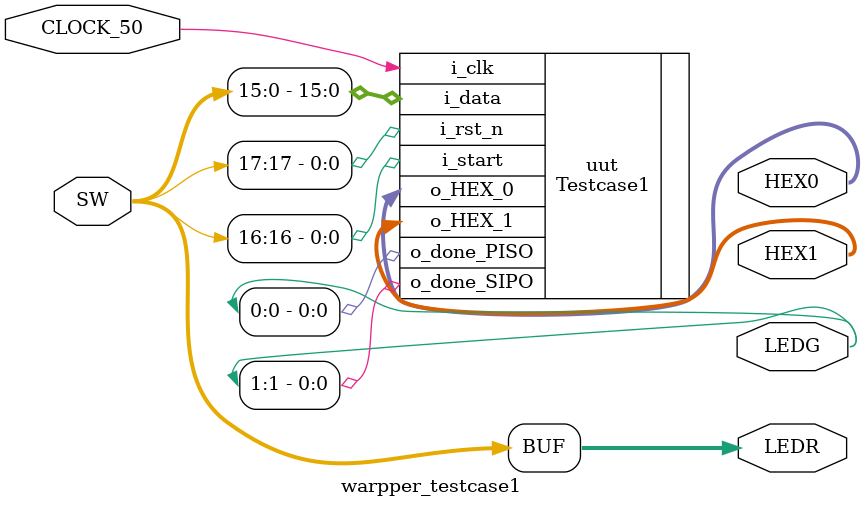
<source format=sv>
module warpper_testcase1(
    input logic         CLOCK_50,
    input logic [17:0]  SW      ,
    output logic [17:0] LEDR    ,
    output logic [6:0]  LEDG    ,
    output logic [6:0]  HEX0    ,
    output logic [6:0]  HEX1    
);

Testcase1 #(
    .SIZE_DATA_IN  (16    ),
    .SIZE_DATA_OUT (8     ),
    .SIZE_PISO     (2     ),
    .SIZE_SIPO     (1     ),
    .SIZE_7SEG     (7     )
) uut (
    .i_clk          (CLOCK_50)  ,
    .i_rst_n        (SW[17])    ,
    .i_start        (SW[16])    ,
    .i_data         (SW[15:0])  ,
	 
    .o_HEX_0        (HEX0)      ,
    .o_HEX_1        (HEX1)      ,
    .o_done_PISO    (LEDG[0])   ,
    .o_done_SIPO    (LEDG[1])   
);

assign LEDR[17:0] = SW[17:0];

endmodule

</source>
